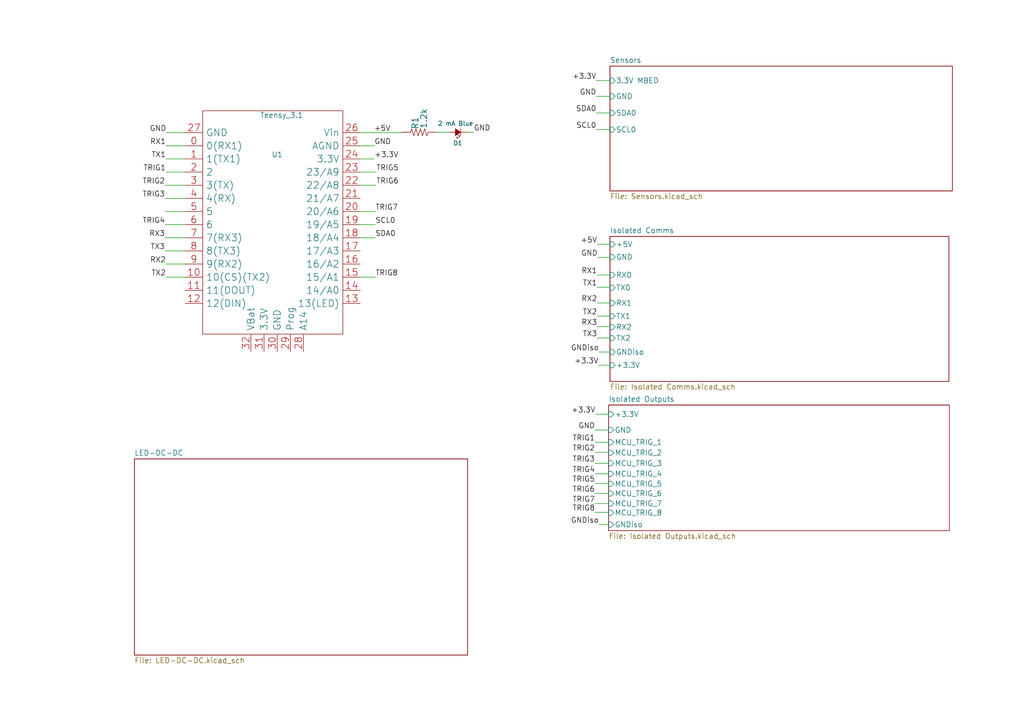
<source format=kicad_sch>
(kicad_sch (version 20230121) (generator eeschema)
  (paper "A4")
  (title_block (date "31 mar 2015"))
  (lib_symbols
    (symbol "SPCInterfaceBoard-v01-rescue:Led_Small" (pin_numbers hide) (pin_names (offset 0.254) hide)
      (property "Reference" "D" (at -1.27 3.175 0))
      (property "Value" "Led_Small" (at -4.445 -2.54 0))
      (symbol "Led_Small_0_1"
        (polyline (pts (xy -0.762 -1.016) (xy -0.762 1.016)))
        (polyline (pts (xy 0.762 -1.016) (xy -0.762 0) (xy 0.762 1.016) (xy 0.762 -1.016)) (fill (type outline)))
        (polyline (pts (xy 0 0.762) (xy -0.508 1.27) (xy -0.254 1.27) (xy -0.508 1.27) (xy -0.508 1.016)))
        (polyline (pts (xy 0.508 1.27) (xy 0 1.778) (xy 0.254 1.778) (xy 0 1.778) (xy 0 1.524)))
      )
      (symbol "Led_Small_1_1"
        (pin passive line (at -2.54 0 0) (length 1.778) (name "K") (number "1"))
        (pin passive line (at 2.54 0 180) (length 1.778) (name "A") (number "2"))
      )
    )
    (symbol "SPCInterfaceBoard-v01-rescue:RESISTOR0805-RES_0805" (pin_names (offset 2.54))
      (property "Reference" "R" (at -3.81 1.4986 0))
      (property "Value" "RESISTOR0805-RES_0805" (at -3.81 -3.302 0))
      (symbol "RESISTOR0805-RES_0805_0_0"
        (polyline (pts (xy -2.54 0) (xy -2.159 1.016)) (stroke (width 0.1524)))
        (polyline (pts (xy -2.159 1.016) (xy -1.524 -1.016)) (stroke (width 0.1524)))
        (polyline (pts (xy -1.524 -1.016) (xy -0.889 1.016)) (stroke (width 0.1524)))
        (polyline (pts (xy -0.889 1.016) (xy -0.254 -1.016)) (stroke (width 0.1524)))
        (polyline (pts (xy -0.254 -1.016) (xy 0.381 1.016)) (stroke (width 0.1524)))
        (polyline (pts (xy 0.381 1.016) (xy 1.016 -1.016)) (stroke (width 0.1524)))
        (polyline (pts (xy 1.016 -1.016) (xy 1.651 1.016)) (stroke (width 0.1524)))
        (polyline (pts (xy 1.651 1.016) (xy 2.286 -1.016)) (stroke (width 0.1524)))
        (polyline (pts (xy 2.286 -1.016) (xy 2.54 0)) (stroke (width 0.1524)))
        (pin passive line (at -5.08 0 0) (length 2.54) (name "1") (number "1"))
        (pin passive line (at 5.08 0 180) (length 2.54) (name "2") (number "2"))
      )
    )
    (symbol "SPCInterfaceBoard-v01-rescue:Teensy_3.1" (pin_names (offset 1.016))
      (property "Reference" "U" (at 1.27 26.67 0))
      (property "Value" "Teensy_3.1" (at 2.54 38.1 0))
      (symbol "Teensy_3.1_0_1"
        (rectangle (start 20.32 -25.4) (end -20.32 39.37))
      )
      (symbol "Teensy_3.1_1_1"
        (pin bidirectional line (at -25.4 29.21 0) (length 5.0038) (name "0(RX1)") (number "0"))
        (pin bidirectional line (at -25.4 25.4 0) (length 5.0038) (name "1(TX1)") (number "1"))
        (pin bidirectional line (at -25.4 -8.89 0) (length 5.0038) (name "10(CS)(TX2)") (number "10"))
        (pin bidirectional line (at -25.4 -12.7 0) (length 5.0038) (name "11(DOUT)") (number "11"))
        (pin bidirectional line (at -25.4 -16.51 0) (length 5.0038) (name "12(DIN)") (number "12"))
        (pin bidirectional line (at 25.4 -16.51 180) (length 5.0038) (name "13(LED)") (number "13"))
        (pin bidirectional line (at 25.4 -12.7 180) (length 5.0038) (name "14/A0") (number "14"))
        (pin bidirectional line (at 25.4 -8.89 180) (length 5.0038) (name "15/A1") (number "15"))
        (pin bidirectional line (at 25.4 -5.08 180) (length 5.0038) (name "16/A2") (number "16"))
        (pin bidirectional line (at 25.4 -1.27 180) (length 5.0038) (name "17/A3") (number "17"))
        (pin bidirectional line (at 25.4 2.54 180) (length 5.0038) (name "18/A4") (number "18"))
        (pin bidirectional line (at 25.4 6.35 180) (length 5.0038) (name "19/A5") (number "19"))
        (pin bidirectional line (at -25.4 21.59 0) (length 5.0038) (name "2") (number "2"))
        (pin bidirectional line (at 25.4 10.16 180) (length 5.0038) (name "20/A6") (number "20"))
        (pin bidirectional line (at 25.4 13.97 180) (length 5.0038) (name "21/A7") (number "21"))
        (pin bidirectional line (at 25.4 17.78 180) (length 5.0038) (name "22/A8") (number "22"))
        (pin bidirectional line (at 25.4 21.59 180) (length 5.0038) (name "23/A9") (number "23"))
        (pin power_out line (at 25.4 25.4 180) (length 5.0038) (name "3.3V") (number "24"))
        (pin power_in line (at 25.4 29.21 180) (length 5.0038) (name "AGND") (number "25"))
        (pin power_in line (at 25.4 33.02 180) (length 5.0038) (name "Vin") (number "26"))
        (pin power_in line (at -25.4 33.02 0) (length 5.0038) (name "GND") (number "27"))
        (pin bidirectional line (at 8.89 -30.48 90) (length 5.0038) (name "A14") (number "28"))
        (pin bidirectional line (at 5.08 -30.48 90) (length 5.0038) (name "Prog") (number "29"))
        (pin bidirectional line (at -25.4 17.78 0) (length 5.0038) (name "3(TX)") (number "3"))
        (pin power_in line (at 1.27 -30.48 90) (length 5.0038) (name "GND") (number "30"))
        (pin power_in line (at -2.54 -30.48 90) (length 5.0038) (name "3.3V") (number "31"))
        (pin power_in line (at -6.35 -30.48 90) (length 5.0038) (name "VBat") (number "32"))
        (pin bidirectional line (at -25.4 13.97 0) (length 5.0038) (name "4(RX)") (number "4"))
        (pin bidirectional line (at -25.4 10.16 0) (length 5.0038) (name "5") (number "5"))
        (pin bidirectional line (at -25.4 6.35 0) (length 5.0038) (name "6") (number "6"))
        (pin bidirectional line (at -25.4 2.54 0) (length 5.0038) (name "7(RX3)") (number "7"))
        (pin bidirectional line (at -25.4 -1.27 0) (length 5.0038) (name "8(TX3)") (number "8"))
        (pin bidirectional line (at -25.4 -5.08 0) (length 5.0038) (name "9(RX2)") (number "9"))
      )
    )
  )
  (wire (pts (xy 173.228 87.884) (xy 176.911 87.884)))
  (wire (pts (xy 104.521 53.721) (xy 109.093 53.721)))
  (wire (pts (xy 172.974 37.592) (xy 176.911 37.592)))
  (wire (pts (xy 104.521 68.961) (xy 108.839 68.961)))
  (wire (pts (xy 176.53 131.191) (xy 176.53 131.318)))
  (wire (pts (xy 172.593 124.714) (xy 176.53 124.714)))
  (wire (pts (xy 172.593 128.27) (xy 176.53 128.27)))
  (wire (pts (xy 176.911 70.866) (xy 173.228 70.866)))
  (wire (pts (xy 173.736 152.146) (xy 176.53 152.146)))
  (wire (pts (xy 47.879 65.151) (xy 53.721 65.151)))
  (wire (pts (xy 176.53 148.59) (xy 176.53 148.717)))
  (wire (pts (xy 172.72 120.142) (xy 176.53 120.142)))
  (wire (pts (xy 47.879 61.341) (xy 53.721 61.341)))
  (wire (pts (xy 47.879 72.771) (xy 53.721 72.771)))
  (wire (pts (xy 126.746 38.354) (xy 130.302 38.354)))
  (wire (pts (xy 176.911 94.742) (xy 176.911 94.869)))
  (wire (pts (xy 104.521 46.101) (xy 108.585 46.101)))
  (wire (pts (xy 172.593 137.414) (xy 176.53 137.414)))
  (wire (pts (xy 47.879 68.961) (xy 53.721 68.961)))
  (wire (pts (xy 104.521 49.911) (xy 109.093 49.911)))
  (wire (pts (xy 104.521 80.391) (xy 108.839 80.391)))
  (wire (pts (xy 104.521 42.291) (xy 108.585 42.291)))
  (wire (pts (xy 172.593 146.05) (xy 176.53 146.05)))
  (wire (pts (xy 173.228 98.044) (xy 176.911 98.044)))
  (wire (pts (xy 104.521 38.481) (xy 116.586 38.481)))
  (wire (pts (xy 116.586 38.481) (xy 116.586 38.354)))
  (wire (pts (xy 47.879 53.721) (xy 53.721 53.721)))
  (wire (pts (xy 135.382 38.354) (xy 137.414 38.354)))
  (wire (pts (xy 173.736 102.108) (xy 176.911 102.108)))
  (wire (pts (xy 176.911 74.676) (xy 176.911 74.549)))
  (wire (pts (xy 48.133 42.291) (xy 53.721 42.291)))
  (wire (pts (xy 104.521 65.151) (xy 108.839 65.151)))
  (wire (pts (xy 47.879 57.531) (xy 53.721 57.531)))
  (wire (pts (xy 172.593 148.59) (xy 176.53 148.59)))
  (wire (pts (xy 48.133 49.911) (xy 53.721 49.911)))
  (wire (pts (xy 173.355 74.676) (xy 176.911 74.676)))
  (wire (pts (xy 176.403 140.208) (xy 176.403 140.335)))
  (wire (pts (xy 176.911 83.312) (xy 176.911 83.439)))
  (wire (pts (xy 173.228 79.756) (xy 176.911 79.756)))
  (wire (pts (xy 172.974 23.368) (xy 176.911 23.368)))
  (wire (pts (xy 48.26 38.481) (xy 53.721 38.481)))
  (wire (pts (xy 172.974 27.94) (xy 176.911 27.94)))
  (wire (pts (xy 176.403 140.335) (xy 176.53 140.335)))
  (wire (pts (xy 176.911 91.694) (xy 173.228 91.694)))
  (wire (pts (xy 104.521 61.341) (xy 108.839 61.341)))
  (wire (pts (xy 173.228 83.312) (xy 176.911 83.312)))
  (wire (pts (xy 48.133 46.101) (xy 53.721 46.101)))
  (wire (pts (xy 172.593 131.191) (xy 176.53 131.191)))
  (wire (pts (xy 172.974 32.766) (xy 176.911 32.766)))
  (wire (pts (xy 172.593 140.208) (xy 176.403 140.208)))
  (wire (pts (xy 176.911 105.918) (xy 173.609 105.918)))
  (wire (pts (xy 172.593 134.366) (xy 176.53 134.366)))
  (wire (pts (xy 48.133 76.581) (xy 53.721 76.581)))
  (wire (pts (xy 173.228 94.742) (xy 176.911 94.742)))
  (wire (pts (xy 48.133 80.391) (xy 53.721 80.391)))
  (wire (pts (xy 172.593 143.129) (xy 176.53 143.129)))
  (label "TRIG1" (at 172.593 128.27 180) (effects (font (size 1.524 1.524))))
  (label "TX1" (at 173.228 83.312 180) (effects (font (size 1.524 1.524))))
  (label "TRIG8" (at 172.593 148.59 180) (effects (font (size 1.524 1.524))))
  (label "GNDiso" (at 173.736 152.146 180) (effects (font (size 1.524 1.524))))
  (label "RX1" (at 48.133 42.291 180) (effects (font (size 1.524 1.524))))
  (label "+3.3V" (at 173.609 105.918 180) (effects (font (size 1.524 1.524))))
  (label "GND" (at 173.355 74.676 180) (effects (font (size 1.524 1.524))))
  (label "TRIG7" (at 172.593 146.05 180) (effects (font (size 1.524 1.524))))
  (label "+3.3V" (at 172.974 23.368 180) (effects (font (size 1.524 1.524))))
  (label "RX2" (at 48.133 76.581 180) (effects (font (size 1.524 1.524))))
  (label "SCL0" (at 108.839 65.151 0) (effects (font (size 1.524 1.524))))
  (label "GND" (at 137.414 38.354 0) (effects (font (size 1.524 1.524))))
  (label "RX3" (at 173.228 94.742 180) (effects (font (size 1.524 1.524))))
  (label "TRIG3" (at 47.879 57.531 180) (effects (font (size 1.524 1.524))))
  (label "GND" (at 108.585 42.291 0) (effects (font (size 1.524 1.524))))
  (label "GNDiso" (at 173.736 102.108 180) (effects (font (size 1.524 1.524))))
  (label "GND" (at 172.974 27.94 180) (effects (font (size 1.524 1.524))))
  (label "TX3" (at 47.879 72.771 180) (effects (font (size 1.524 1.524))))
  (label "RX3" (at 47.879 68.961 180) (effects (font (size 1.524 1.524))))
  (label "TRIG5" (at 109.093 49.911 0) (effects (font (size 1.524 1.524))))
  (label "SDA0" (at 108.839 68.961 0) (effects (font (size 1.524 1.524))))
  (label "TRIG5" (at 172.593 140.208 180) (effects (font (size 1.524 1.524))))
  (label "TX3" (at 173.228 98.044 180) (effects (font (size 1.524 1.524))))
  (label "+5V" (at 173.228 70.866 180) (effects (font (size 1.524 1.524))))
  (label "TRIG2" (at 47.879 53.721 180) (effects (font (size 1.524 1.524))))
  (label "GND" (at 172.593 124.714 180) (effects (font (size 1.524 1.524))))
  (label "TRIG6" (at 172.593 143.129 180) (effects (font (size 1.524 1.524))))
  (label "RX1" (at 173.228 79.756 180) (effects (font (size 1.524 1.524))))
  (label "+3.3V" (at 108.585 46.101 0) (effects (font (size 1.524 1.524))))
  (label "+3.3V" (at 172.72 120.142 180) (effects (font (size 1.524 1.524))))
  (label "TRIG7" (at 108.839 61.341 0) (effects (font (size 1.524 1.524))))
  (label "SCL0" (at 172.974 37.592 180) (effects (font (size 1.524 1.524))))
  (label "TRIG1" (at 48.133 49.911 180) (effects (font (size 1.524 1.524))))
  (label "TX2" (at 173.228 91.694 180) (effects (font (size 1.524 1.524))))
  (label "RX2" (at 173.228 87.884 180) (effects (font (size 1.524 1.524))))
  (label "TRIG4" (at 172.593 137.414 180) (effects (font (size 1.524 1.524))))
  (label "+5V" (at 108.458 38.481 0) (effects (font (size 1.524 1.524))))
  (label "TX2" (at 48.133 80.391 180) (effects (font (size 1.524 1.524))))
  (label "GND" (at 48.26 38.481 180) (effects (font (size 1.524 1.524))))
  (label "TRIG4" (at 47.879 65.151 180) (effects (font (size 1.524 1.524))))
  (label "TX1" (at 48.133 46.101 180) (effects (font (size 1.524 1.524))))
  (label "TRIG3" (at 172.593 134.366 180) (effects (font (size 1.524 1.524))))
  (label "TRIG2" (at 172.593 131.191 180) (effects (font (size 1.524 1.524))))
  (label "TRIG8" (at 108.839 80.391 0) (effects (font (size 1.524 1.524))))
  (label "SDA0" (at 172.974 32.766 180) (effects (font (size 1.524 1.524))))
  (label "TRIG6" (at 109.093 53.721 0) (effects (font (size 1.524 1.524))))
  (symbol (lib_id "SPCInterfaceBoard-v01-rescue:Teensy_3.1") (at 79.121 71.501 0) (unit 1)
    (property "Reference" "U1" (at 80.391 44.831 0) (effects (font (size 1.524 1.524))))
    (property "Value" "Teensy_3.1" (at 81.661 33.401 0) (effects (font (size 1.524 1.524))))
    (property "Footprint" "Teensy3:Teensy-3.1" (effects hide))
  )
  (symbol (lib_id "SPCInterfaceBoard-v01-rescue:Led_Small") (at 132.842 38.354 180) (unit 1)
    (property "Reference" "D1" (at 134.112 41.529 0) (effects (justify left)))
    (property "Value" "2 mA Blue" (at 137.287 35.814 0) (effects (justify left)))
    (property "Footprint" "LEDs:LED_0805" (effects hide))
    (property "Datasheet" "http://www.digikey.com/product-detail/en/APT2012LVBC%2FD/754-1938-6-ND/5177497" (effects hide))
  )
  (symbol (lib_id "SPCInterfaceBoard-v01-rescue:RESISTOR0805-RES_0805") (at 121.666 38.354 180) (unit 1)
    (property "Reference" "R1" (at 120.396 33.782 90) (effects (font (size 1.778 1.778)) (justify left)))
    (property "Value" "1.2k" (at 122.936 31.369 90) (effects (font (size 1.778 1.778)) (justify left)))
    (property "Footprint" "SPCInterfaceBoard-SPCPWSSC:r_0603" (effects hide))
    (property "Datasheet" "http://www.digikey.com/product-detail/en/ERJ-3GEYJ122V/P1.2KGCT-ND/134906" (effects hide))
  )
  (sheet (at 176.53 117.475) (size 98.806 36.449)
    (property "Sheetname" "Isolated Outputs" (at 176.53 116.6364 0) (effects (font (size 1.524 1.524)) (justify left bottom)))
    (property "Sheetfile" "Isolated Outputs.kicad_sch" (at 176.53 154.6102 0) (effects (font (size 1.524 1.524)) (justify left top)))
    (pin "+3.3V" input (at 176.53 120.142 180) (effects (font (size 1.524 1.524))))
    (pin "GND" input (at 176.53 124.714 180) (effects (font (size 1.524 1.524))))
    (pin "MCU_TRIG_1" input (at 176.53 128.27 180) (effects (font (size 1.524 1.524))))
    (pin "MCU_TRIG_2" input (at 176.53 131.318 180) (effects (font (size 1.524 1.524))))
    (pin "MCU_TRIG_3" input (at 176.53 134.366 180) (effects (font (size 1.524 1.524))))
    (pin "MCU_TRIG_4" input (at 176.53 137.414 180) (effects (font (size 1.524 1.524))))
    (pin "MCU_TRIG_5" input (at 176.53 140.335 180) (effects (font (size 1.524 1.524))))
    (pin "MCU_TRIG_6" input (at 176.53 143.129 180) (effects (font (size 1.524 1.524))))
    (pin "MCU_TRIG_7" input (at 176.53 146.05 180) (effects (font (size 1.524 1.524))))
    (pin "MCU_TRIG_8" input (at 176.53 148.717 180) (effects (font (size 1.524 1.524))))
    (pin "GNDiso" input (at 176.53 152.146 180) (effects (font (size 1.524 1.524))))
  )
  (sheet (at 176.911 19.177) (size 99.314 36.195)
    (property "Sheetname" "Sensors" (at 176.911 18.3384 0) (effects (font (size 1.524 1.524)) (justify left bottom)))
    (property "Sheetfile" "Sensors.kicad_sch" (at 176.911 56.0582 0) (effects (font (size 1.524 1.524)) (justify left top)))
    (pin "3.3V MBED" input (at 176.911 23.368 180) (effects (font (size 1.524 1.524))))
    (pin "GND" input (at 176.911 27.94 180) (effects (font (size 1.524 1.524))))
    (pin "SDA0" input (at 176.911 32.766 180) (effects (font (size 1.524 1.524))))
    (pin "SCL0" input (at 176.911 37.592 180) (effects (font (size 1.524 1.524))))
  )
  (sheet (at 176.911 68.58) (size 98.298 42.037)
    (property "Sheetname" "Isolated Comms" (at 176.911 67.7414 0) (effects (font (size 1.524 1.524)) (justify left bottom)))
    (property "Sheetfile" "Isolated Comms.kicad_sch" (at 176.911 111.3032 0) (effects (font (size 1.524 1.524)) (justify left top)))
    (pin "GND" input (at 176.911 74.549 180) (effects (font (size 1.524 1.524))))
    (pin "RX0" input (at 176.911 79.756 180) (effects (font (size 1.524 1.524))))
    (pin "TX0" input (at 176.911 83.439 180) (effects (font (size 1.524 1.524))))
    (pin "RX1" input (at 176.911 87.884 180) (effects (font (size 1.524 1.524))))
    (pin "TX1" input (at 176.911 91.694 180) (effects (font (size 1.524 1.524))))
    (pin "+5V" input (at 176.911 70.866 180) (effects (font (size 1.524 1.524))))
    (pin "GNDiso" input (at 176.911 102.108 180) (effects (font (size 1.524 1.524))))
    (pin "RX2" input (at 176.911 94.869 180) (effects (font (size 1.524 1.524))))
    (pin "TX2" input (at 176.911 98.044 180) (effects (font (size 1.524 1.524))))
    (pin "+3.3V" input (at 176.911 105.918 180) (effects (font (size 1.524 1.524))))
  )
  (sheet (at 38.989 133.096) (size 96.647 56.896)
    (property "Sheetname" "LED-DC-DC" (at 38.989 132.2574 0) (effects (font (size 1.524 1.524)) (justify left bottom)))
    (property "Sheetfile" "LED-DC-DC.kicad_sch" (at 38.989 190.6782 0) (effects (font (size 1.524 1.524)) (justify left top)))
  )
)
</source>
